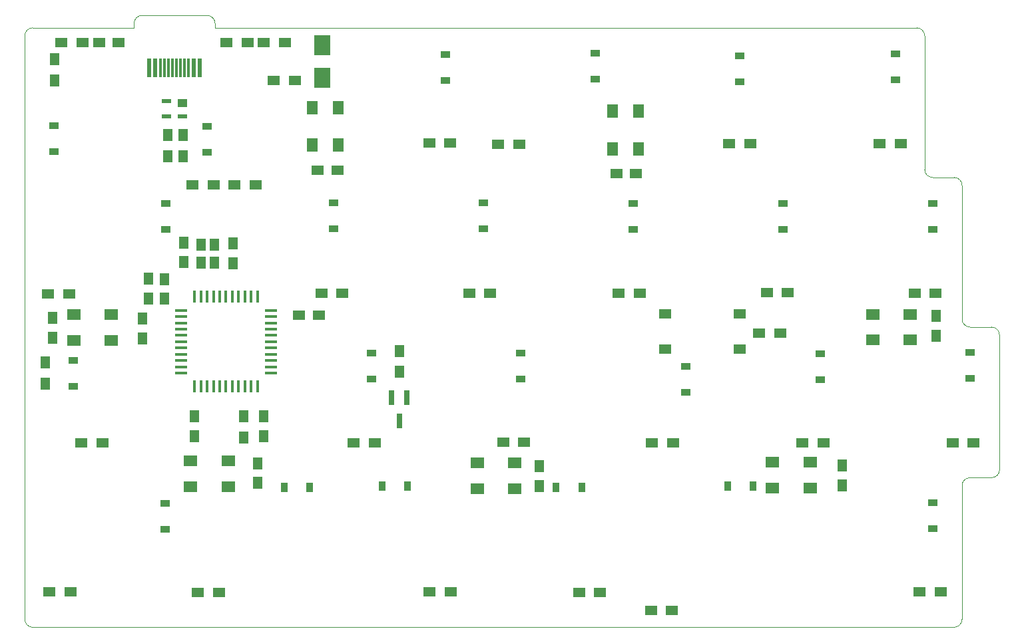
<source format=gbr>
%TF.GenerationSoftware,KiCad,Pcbnew,(6.0.0-rc1-dev-1291-g61b749f0b)*%
%TF.CreationDate,2018-12-05T20:52:08+02:00*%
%TF.ProjectId,TS48_left,54533438-5f6c-4656-9674-2e6b69636164,rev?*%
%TF.SameCoordinates,Original*%
%TF.FileFunction,Paste,Bot*%
%TF.FilePolarity,Positive*%
%FSLAX46Y46*%
G04 Gerber Fmt 4.6, Leading zero omitted, Abs format (unit mm)*
G04 Created by KiCad (PCBNEW (6.0.0-rc1-dev-1291-g61b749f0b)) date 12/5/2018 8:52:08 PM*
%MOMM*%
%LPD*%
G01*
G04 APERTURE LIST*
%ADD10C,0.100000*%
%ADD11R,1.250000X1.500000*%
%ADD12R,1.500000X1.250000*%
%ADD13R,1.200000X0.900000*%
%ADD14R,0.900000X1.200000*%
%ADD15R,2.030000X2.650000*%
%ADD16R,1.800000X1.400000*%
%ADD17R,1.400000X1.800000*%
%ADD18R,1.300000X1.500000*%
%ADD19R,0.800000X1.900000*%
%ADD20R,1.500000X1.300000*%
%ADD21R,1.540000X1.300000*%
%ADD22R,1.550000X1.300000*%
%ADD23R,0.406400X1.524000*%
%ADD24R,1.524000X0.406400*%
%ADD25R,1.200000X0.600000*%
%ADD26R,1.200000X1.000000*%
%ADD27R,0.300000X2.450000*%
%ADD28R,0.600000X2.450000*%
G04 APERTURE END LIST*
D10*
X90995500Y-142938500D02*
X208153000Y-142938500D01*
X89979500Y-67627500D02*
X89979500Y-141922500D01*
X103886000Y-66611500D02*
X90995500Y-66611500D01*
X114173000Y-66611500D02*
X203390500Y-66611500D01*
X204406500Y-84645500D02*
X204406500Y-67627500D01*
X208153000Y-85661500D02*
X205422500Y-85661500D01*
X209169000Y-103695500D02*
X209169000Y-86677500D01*
X212915500Y-104711500D02*
X210185000Y-104711500D01*
X213931500Y-122872500D02*
X213931500Y-105727500D01*
X212915500Y-123888500D02*
X210185000Y-123888500D01*
X209169000Y-141922500D02*
X209169000Y-124904500D01*
X209169000Y-141922500D02*
G75*
G02X208151731Y-142939769I-1017269J0D01*
G01*
X90995500Y-142938500D02*
G75*
G02X89978231Y-141921231I0J1017269D01*
G01*
X89979500Y-67627500D02*
G75*
G02X90996769Y-66610231I1017269J0D01*
G01*
X114173000Y-66040000D02*
X114173000Y-66611500D01*
X104902000Y-65024000D02*
X113157000Y-65024000D01*
X103886000Y-66040000D02*
X103886000Y-66611500D01*
X103884731Y-66041269D02*
G75*
G02X104902000Y-65024000I1017269J0D01*
G01*
X113155731Y-65022731D02*
G75*
G02X114173000Y-66040000I0J-1017269D01*
G01*
X203389231Y-66610231D02*
G75*
G02X204406500Y-67627500I0J-1017269D01*
G01*
X205422500Y-85661500D02*
G75*
G02X204405231Y-84644231I0J1017269D01*
G01*
X208153000Y-85661500D02*
G75*
G02X209170269Y-86678769I0J-1017269D01*
G01*
X210185000Y-104711500D02*
G75*
G02X209167731Y-103694231I0J1017269D01*
G01*
X212915500Y-104711500D02*
G75*
G02X213932769Y-105728769I0J-1017269D01*
G01*
X209167731Y-124905769D02*
G75*
G02X210185000Y-123888500I1017269J0D01*
G01*
X213931500Y-122872500D02*
G75*
G02X212914231Y-123889769I-1017269J0D01*
G01*
D11*
X120332500Y-116078000D03*
X120332500Y-118578000D03*
X107767120Y-101102480D03*
X107767120Y-98602480D03*
D12*
X124855920Y-103169720D03*
X127355920Y-103169720D03*
D11*
X104968040Y-106157080D03*
X104968040Y-103657080D03*
X111569500Y-116098000D03*
X111569500Y-118598000D03*
X105727500Y-101072000D03*
X105727500Y-98572000D03*
D12*
X99430200Y-68453000D03*
X101930200Y-68453000D03*
X127223200Y-84709000D03*
X129723200Y-84709000D03*
X167690800Y-85140800D03*
X165190800Y-85140800D03*
D11*
X205892400Y-105796400D03*
X205892400Y-103296400D03*
X193929000Y-122346400D03*
X193929000Y-124846400D03*
X155448000Y-124948000D03*
X155448000Y-122448000D03*
X119583200Y-122041600D03*
X119583200Y-124541600D03*
X93522800Y-103550400D03*
X93522800Y-106050400D03*
D13*
X93649800Y-82406760D03*
X93649800Y-79106760D03*
X113149380Y-79149940D03*
X113149380Y-82449940D03*
X143510000Y-73278000D03*
X143510000Y-69978000D03*
X162560000Y-69851000D03*
X162560000Y-73151000D03*
X180898800Y-73481200D03*
X180898800Y-70181200D03*
X200736200Y-69901800D03*
X200736200Y-73201800D03*
X107873800Y-92302600D03*
X107873800Y-89002600D03*
X129260600Y-88901000D03*
X129260600Y-92201000D03*
X148285200Y-92201000D03*
X148285200Y-88901000D03*
X167373300Y-89002600D03*
X167373300Y-92302600D03*
X186410600Y-92315300D03*
X186410600Y-89015300D03*
X205460600Y-88977200D03*
X205460600Y-92277200D03*
X96098360Y-112251760D03*
X96098360Y-108951760D03*
X134035800Y-111327200D03*
X134035800Y-108027200D03*
X153004520Y-111327200D03*
X153004520Y-108027200D03*
X174040800Y-109754400D03*
X174040800Y-113054400D03*
X191135000Y-108078000D03*
X191135000Y-111378000D03*
X210185000Y-107951000D03*
X210185000Y-111251000D03*
X107823000Y-130428000D03*
X107823000Y-127128000D03*
D14*
X126237000Y-125095000D03*
X122937000Y-125095000D03*
X135383000Y-124968000D03*
X138683000Y-124968000D03*
X160844500Y-125095000D03*
X157544500Y-125095000D03*
X182625000Y-124968000D03*
X179325000Y-124968000D03*
D13*
X205422500Y-127064500D03*
X205422500Y-130364500D03*
D15*
X127787400Y-73006800D03*
X127787400Y-68826800D03*
D16*
X96190100Y-106412300D03*
X96190100Y-103112300D03*
X100990100Y-103112300D03*
X100990100Y-106412300D03*
D17*
X129843800Y-76746400D03*
X126543800Y-76746400D03*
X126543800Y-81546400D03*
X129843800Y-81546400D03*
X168045400Y-82003600D03*
X164745400Y-82003600D03*
X164745400Y-77203600D03*
X168045400Y-77203600D03*
D16*
X197802800Y-103074200D03*
X197802800Y-106374200D03*
X202602800Y-106374200D03*
X202602800Y-103074200D03*
X189852000Y-121887980D03*
X189852000Y-125187980D03*
X185052000Y-125187980D03*
X185052000Y-121887980D03*
X152310800Y-122022600D03*
X152310800Y-125322600D03*
X147510800Y-125322600D03*
X147510800Y-122022600D03*
X111031320Y-121735580D03*
X111031320Y-125035580D03*
X115831320Y-125035580D03*
X115831320Y-121735580D03*
D18*
X137617200Y-107735380D03*
X137617200Y-110435380D03*
D19*
X137596880Y-116678840D03*
X138546880Y-113678840D03*
X136646880Y-113678840D03*
D20*
X183337200Y-105460800D03*
X186037200Y-105460800D03*
D18*
X117856000Y-118778000D03*
X117856000Y-116078000D03*
D20*
X111302800Y-86563200D03*
X114002800Y-86563200D03*
X119307600Y-86563200D03*
X116607600Y-86563200D03*
X124349500Y-73342500D03*
X121649500Y-73342500D03*
X144098000Y-81280000D03*
X141398000Y-81280000D03*
X152861000Y-81470500D03*
X150161000Y-81470500D03*
X179561500Y-81343500D03*
X182261500Y-81343500D03*
X201375000Y-81343500D03*
X198675000Y-81343500D03*
X92947500Y-100457000D03*
X95647500Y-100457000D03*
X130382000Y-100393500D03*
X127682000Y-100393500D03*
X146478000Y-100393500D03*
X149178000Y-100393500D03*
X165464500Y-100393500D03*
X168164500Y-100393500D03*
X187024000Y-100330000D03*
X184324000Y-100330000D03*
X203120000Y-100393500D03*
X205820000Y-100393500D03*
X99838500Y-119443500D03*
X97138500Y-119443500D03*
X131809500Y-119443500D03*
X134509500Y-119443500D03*
X153496000Y-119380000D03*
X150796000Y-119380000D03*
X169719000Y-119443500D03*
X172419000Y-119443500D03*
X191532500Y-119443500D03*
X188832500Y-119443500D03*
X210646000Y-119443500D03*
X207946000Y-119443500D03*
X95774500Y-138430000D03*
X93074500Y-138430000D03*
X111997500Y-138493500D03*
X114697500Y-138493500D03*
X144178000Y-138430000D03*
X141478000Y-138430000D03*
X163148000Y-138493500D03*
X160448000Y-138493500D03*
X172292000Y-140817600D03*
X169592000Y-140817600D03*
X206429600Y-138430000D03*
X203729600Y-138430000D03*
D18*
X93736160Y-73325980D03*
X93736160Y-70625980D03*
X92557600Y-109241600D03*
X92557600Y-111941600D03*
D21*
X180873600Y-103007600D03*
D22*
X180873600Y-107507600D03*
X171373600Y-107507600D03*
X171373600Y-103007600D03*
D23*
X115570000Y-112293400D03*
X114769900Y-112293400D03*
X113969800Y-112293400D03*
X113169700Y-112293400D03*
X112369600Y-112293400D03*
X111569500Y-112293400D03*
X116370100Y-112293400D03*
X117170200Y-112293400D03*
X117970300Y-112293400D03*
X118770400Y-112293400D03*
X119570500Y-112293400D03*
X115570000Y-100863400D03*
X114769900Y-100863400D03*
X113969800Y-100863400D03*
X113169700Y-100863400D03*
X112369600Y-100863400D03*
X111569500Y-100863400D03*
X116370100Y-100863400D03*
X117170200Y-100863400D03*
X117970300Y-100863400D03*
X118770400Y-100863400D03*
X119570500Y-100863400D03*
D24*
X109855000Y-106578400D03*
X121285000Y-106578400D03*
X109855000Y-105778300D03*
X121285000Y-105778300D03*
X121285000Y-104978200D03*
X109855000Y-104978200D03*
X109855000Y-104178100D03*
X121285000Y-104178100D03*
X121285000Y-103378000D03*
X109855000Y-103378000D03*
X109855000Y-102577900D03*
X121285000Y-102577900D03*
X121285000Y-107378500D03*
X109855000Y-107378500D03*
X109855000Y-108178600D03*
X121285000Y-108178600D03*
X121285000Y-108978700D03*
X109855000Y-108978700D03*
X109855000Y-109778800D03*
X121285000Y-109778800D03*
X121285000Y-110578900D03*
X109855000Y-110578900D03*
D25*
X108032040Y-75961200D03*
X108032040Y-77861200D03*
X110032040Y-77861200D03*
D26*
X110032040Y-76161200D03*
D18*
X108140500Y-80247500D03*
X108140500Y-82947500D03*
X110109000Y-80264000D03*
X110109000Y-82964000D03*
D20*
X123054100Y-68478400D03*
X120354100Y-68478400D03*
X115620800Y-68478400D03*
X118320800Y-68478400D03*
X97294700Y-68465700D03*
X94594700Y-68465700D03*
D27*
X108761720Y-71745800D03*
X109261720Y-71745800D03*
X109761720Y-71745800D03*
X108261720Y-71745800D03*
X110261720Y-71745800D03*
X107761720Y-71745800D03*
X110761720Y-71745800D03*
X107261720Y-71745800D03*
D28*
X106561720Y-71745800D03*
X111461720Y-71745800D03*
X105786720Y-71745800D03*
X112236720Y-71745800D03*
D11*
X116484400Y-94086360D03*
X116484400Y-96586360D03*
X110164880Y-93936500D03*
X110164880Y-96436500D03*
D18*
X114083200Y-94201600D03*
X114083200Y-96501600D03*
X112383200Y-94201600D03*
X112383200Y-96501600D03*
M02*

</source>
